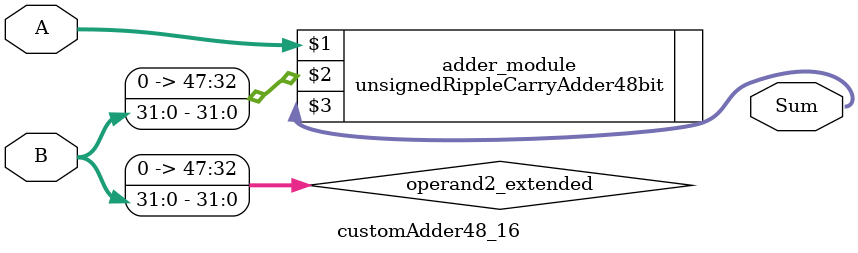
<source format=v>
module customAdder48_16(
                        input [47 : 0] A,
                        input [31 : 0] B,
                        
                        output [48 : 0] Sum
                );

        wire [47 : 0] operand2_extended;
        
        assign operand2_extended =  {16'b0, B};
        
        unsignedRippleCarryAdder48bit adder_module(
            A,
            operand2_extended,
            Sum
        );
        
        endmodule
        
</source>
